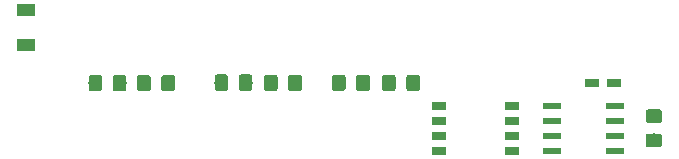
<source format=gbr>
G04 #@! TF.GenerationSoftware,KiCad,Pcbnew,(5.1.4-0-10_14)*
G04 #@! TF.CreationDate,2019-11-14T11:18:41+01:00*
G04 #@! TF.ProjectId,MEGA IO,4d454741-2049-44f2-9e6b-696361645f70,-*
G04 #@! TF.SameCoordinates,Original*
G04 #@! TF.FileFunction,Paste,Top*
G04 #@! TF.FilePolarity,Positive*
%FSLAX46Y46*%
G04 Gerber Fmt 4.6, Leading zero omitted, Abs format (unit mm)*
G04 Created by KiCad (PCBNEW (5.1.4-0-10_14)) date 2019-11-14 11:18:41*
%MOMM*%
%LPD*%
G04 APERTURE LIST*
%ADD10R,1.200000X0.750000*%
%ADD11R,1.600000X1.000000*%
%ADD12R,1.550000X0.600000*%
%ADD13R,1.250000X0.760000*%
%ADD14C,0.100000*%
%ADD15C,1.150000*%
G04 APERTURE END LIST*
D10*
X176200000Y-61306000D03*
X174300000Y-61306000D03*
D11*
X126365000Y-55118000D03*
X126365000Y-58118000D03*
D12*
X170900000Y-63306000D03*
X170900000Y-64576000D03*
X170900000Y-65846000D03*
X170900000Y-67116000D03*
X176300000Y-67116000D03*
X176300000Y-65846000D03*
X176300000Y-64576000D03*
X176300000Y-63306000D03*
D13*
X167540000Y-67056000D03*
X161390000Y-63246000D03*
X167540000Y-65786000D03*
X161390000Y-64516000D03*
X167540000Y-64516000D03*
X161390000Y-65786000D03*
X167540000Y-63246000D03*
X161390000Y-67056000D03*
D14*
G36*
X180024505Y-63557204D02*
G01*
X180048773Y-63560804D01*
X180072572Y-63566765D01*
X180095671Y-63575030D01*
X180117850Y-63585520D01*
X180138893Y-63598132D01*
X180158599Y-63612747D01*
X180176777Y-63629223D01*
X180193253Y-63647401D01*
X180207868Y-63667107D01*
X180220480Y-63688150D01*
X180230970Y-63710329D01*
X180239235Y-63733428D01*
X180245196Y-63757227D01*
X180248796Y-63781495D01*
X180250000Y-63805999D01*
X180250000Y-64456001D01*
X180248796Y-64480505D01*
X180245196Y-64504773D01*
X180239235Y-64528572D01*
X180230970Y-64551671D01*
X180220480Y-64573850D01*
X180207868Y-64594893D01*
X180193253Y-64614599D01*
X180176777Y-64632777D01*
X180158599Y-64649253D01*
X180138893Y-64663868D01*
X180117850Y-64676480D01*
X180095671Y-64686970D01*
X180072572Y-64695235D01*
X180048773Y-64701196D01*
X180024505Y-64704796D01*
X180000001Y-64706000D01*
X179099999Y-64706000D01*
X179075495Y-64704796D01*
X179051227Y-64701196D01*
X179027428Y-64695235D01*
X179004329Y-64686970D01*
X178982150Y-64676480D01*
X178961107Y-64663868D01*
X178941401Y-64649253D01*
X178923223Y-64632777D01*
X178906747Y-64614599D01*
X178892132Y-64594893D01*
X178879520Y-64573850D01*
X178869030Y-64551671D01*
X178860765Y-64528572D01*
X178854804Y-64504773D01*
X178851204Y-64480505D01*
X178850000Y-64456001D01*
X178850000Y-63805999D01*
X178851204Y-63781495D01*
X178854804Y-63757227D01*
X178860765Y-63733428D01*
X178869030Y-63710329D01*
X178879520Y-63688150D01*
X178892132Y-63667107D01*
X178906747Y-63647401D01*
X178923223Y-63629223D01*
X178941401Y-63612747D01*
X178961107Y-63598132D01*
X178982150Y-63585520D01*
X179004329Y-63575030D01*
X179027428Y-63566765D01*
X179051227Y-63560804D01*
X179075495Y-63557204D01*
X179099999Y-63556000D01*
X180000001Y-63556000D01*
X180024505Y-63557204D01*
X180024505Y-63557204D01*
G37*
D15*
X179550000Y-64131000D03*
D14*
G36*
X180024505Y-65607204D02*
G01*
X180048773Y-65610804D01*
X180072572Y-65616765D01*
X180095671Y-65625030D01*
X180117850Y-65635520D01*
X180138893Y-65648132D01*
X180158599Y-65662747D01*
X180176777Y-65679223D01*
X180193253Y-65697401D01*
X180207868Y-65717107D01*
X180220480Y-65738150D01*
X180230970Y-65760329D01*
X180239235Y-65783428D01*
X180245196Y-65807227D01*
X180248796Y-65831495D01*
X180250000Y-65855999D01*
X180250000Y-66506001D01*
X180248796Y-66530505D01*
X180245196Y-66554773D01*
X180239235Y-66578572D01*
X180230970Y-66601671D01*
X180220480Y-66623850D01*
X180207868Y-66644893D01*
X180193253Y-66664599D01*
X180176777Y-66682777D01*
X180158599Y-66699253D01*
X180138893Y-66713868D01*
X180117850Y-66726480D01*
X180095671Y-66736970D01*
X180072572Y-66745235D01*
X180048773Y-66751196D01*
X180024505Y-66754796D01*
X180000001Y-66756000D01*
X179099999Y-66756000D01*
X179075495Y-66754796D01*
X179051227Y-66751196D01*
X179027428Y-66745235D01*
X179004329Y-66736970D01*
X178982150Y-66726480D01*
X178961107Y-66713868D01*
X178941401Y-66699253D01*
X178923223Y-66682777D01*
X178906747Y-66664599D01*
X178892132Y-66644893D01*
X178879520Y-66623850D01*
X178869030Y-66601671D01*
X178860765Y-66578572D01*
X178854804Y-66554773D01*
X178851204Y-66530505D01*
X178850000Y-66506001D01*
X178850000Y-65855999D01*
X178851204Y-65831495D01*
X178854804Y-65807227D01*
X178860765Y-65783428D01*
X178869030Y-65760329D01*
X178879520Y-65738150D01*
X178892132Y-65717107D01*
X178906747Y-65697401D01*
X178923223Y-65679223D01*
X178941401Y-65662747D01*
X178961107Y-65648132D01*
X178982150Y-65635520D01*
X179004329Y-65625030D01*
X179027428Y-65616765D01*
X179051227Y-65610804D01*
X179075495Y-65607204D01*
X179099999Y-65606000D01*
X180000001Y-65606000D01*
X180024505Y-65607204D01*
X180024505Y-65607204D01*
G37*
D15*
X179550000Y-66181000D03*
D14*
G36*
X132615650Y-60634521D02*
G01*
X132639918Y-60638121D01*
X132663717Y-60644082D01*
X132686816Y-60652347D01*
X132708995Y-60662837D01*
X132730038Y-60675449D01*
X132749744Y-60690064D01*
X132767922Y-60706540D01*
X132784398Y-60724718D01*
X132799013Y-60744424D01*
X132811625Y-60765467D01*
X132822115Y-60787646D01*
X132830380Y-60810745D01*
X132836341Y-60834544D01*
X132839941Y-60858812D01*
X132841145Y-60883316D01*
X132841145Y-61783318D01*
X132839941Y-61807822D01*
X132836341Y-61832090D01*
X132830380Y-61855889D01*
X132822115Y-61878988D01*
X132811625Y-61901167D01*
X132799013Y-61922210D01*
X132784398Y-61941916D01*
X132767922Y-61960094D01*
X132749744Y-61976570D01*
X132730038Y-61991185D01*
X132708995Y-62003797D01*
X132686816Y-62014287D01*
X132663717Y-62022552D01*
X132639918Y-62028513D01*
X132615650Y-62032113D01*
X132591146Y-62033317D01*
X131941144Y-62033317D01*
X131916640Y-62032113D01*
X131892372Y-62028513D01*
X131868573Y-62022552D01*
X131845474Y-62014287D01*
X131823295Y-62003797D01*
X131802252Y-61991185D01*
X131782546Y-61976570D01*
X131764368Y-61960094D01*
X131747892Y-61941916D01*
X131733277Y-61922210D01*
X131720665Y-61901167D01*
X131710175Y-61878988D01*
X131701910Y-61855889D01*
X131695949Y-61832090D01*
X131692349Y-61807822D01*
X131691145Y-61783318D01*
X131691145Y-60883316D01*
X131692349Y-60858812D01*
X131695949Y-60834544D01*
X131701910Y-60810745D01*
X131710175Y-60787646D01*
X131720665Y-60765467D01*
X131733277Y-60744424D01*
X131747892Y-60724718D01*
X131764368Y-60706540D01*
X131782546Y-60690064D01*
X131802252Y-60675449D01*
X131823295Y-60662837D01*
X131845474Y-60652347D01*
X131868573Y-60644082D01*
X131892372Y-60638121D01*
X131916640Y-60634521D01*
X131941144Y-60633317D01*
X132591146Y-60633317D01*
X132615650Y-60634521D01*
X132615650Y-60634521D01*
G37*
D15*
X132266145Y-61333317D03*
D14*
G36*
X134665650Y-60634521D02*
G01*
X134689918Y-60638121D01*
X134713717Y-60644082D01*
X134736816Y-60652347D01*
X134758995Y-60662837D01*
X134780038Y-60675449D01*
X134799744Y-60690064D01*
X134817922Y-60706540D01*
X134834398Y-60724718D01*
X134849013Y-60744424D01*
X134861625Y-60765467D01*
X134872115Y-60787646D01*
X134880380Y-60810745D01*
X134886341Y-60834544D01*
X134889941Y-60858812D01*
X134891145Y-60883316D01*
X134891145Y-61783318D01*
X134889941Y-61807822D01*
X134886341Y-61832090D01*
X134880380Y-61855889D01*
X134872115Y-61878988D01*
X134861625Y-61901167D01*
X134849013Y-61922210D01*
X134834398Y-61941916D01*
X134817922Y-61960094D01*
X134799744Y-61976570D01*
X134780038Y-61991185D01*
X134758995Y-62003797D01*
X134736816Y-62014287D01*
X134713717Y-62022552D01*
X134689918Y-62028513D01*
X134665650Y-62032113D01*
X134641146Y-62033317D01*
X133991144Y-62033317D01*
X133966640Y-62032113D01*
X133942372Y-62028513D01*
X133918573Y-62022552D01*
X133895474Y-62014287D01*
X133873295Y-62003797D01*
X133852252Y-61991185D01*
X133832546Y-61976570D01*
X133814368Y-61960094D01*
X133797892Y-61941916D01*
X133783277Y-61922210D01*
X133770665Y-61901167D01*
X133760175Y-61878988D01*
X133751910Y-61855889D01*
X133745949Y-61832090D01*
X133742349Y-61807822D01*
X133741145Y-61783318D01*
X133741145Y-60883316D01*
X133742349Y-60858812D01*
X133745949Y-60834544D01*
X133751910Y-60810745D01*
X133760175Y-60787646D01*
X133770665Y-60765467D01*
X133783277Y-60744424D01*
X133797892Y-60724718D01*
X133814368Y-60706540D01*
X133832546Y-60690064D01*
X133852252Y-60675449D01*
X133873295Y-60662837D01*
X133895474Y-60652347D01*
X133918573Y-60644082D01*
X133942372Y-60638121D01*
X133966640Y-60634521D01*
X133991144Y-60633317D01*
X134641146Y-60633317D01*
X134665650Y-60634521D01*
X134665650Y-60634521D01*
G37*
D15*
X134316145Y-61333317D03*
D14*
G36*
X138774505Y-60634521D02*
G01*
X138798773Y-60638121D01*
X138822572Y-60644082D01*
X138845671Y-60652347D01*
X138867850Y-60662837D01*
X138888893Y-60675449D01*
X138908599Y-60690064D01*
X138926777Y-60706540D01*
X138943253Y-60724718D01*
X138957868Y-60744424D01*
X138970480Y-60765467D01*
X138980970Y-60787646D01*
X138989235Y-60810745D01*
X138995196Y-60834544D01*
X138998796Y-60858812D01*
X139000000Y-60883316D01*
X139000000Y-61783318D01*
X138998796Y-61807822D01*
X138995196Y-61832090D01*
X138989235Y-61855889D01*
X138980970Y-61878988D01*
X138970480Y-61901167D01*
X138957868Y-61922210D01*
X138943253Y-61941916D01*
X138926777Y-61960094D01*
X138908599Y-61976570D01*
X138888893Y-61991185D01*
X138867850Y-62003797D01*
X138845671Y-62014287D01*
X138822572Y-62022552D01*
X138798773Y-62028513D01*
X138774505Y-62032113D01*
X138750001Y-62033317D01*
X138099999Y-62033317D01*
X138075495Y-62032113D01*
X138051227Y-62028513D01*
X138027428Y-62022552D01*
X138004329Y-62014287D01*
X137982150Y-62003797D01*
X137961107Y-61991185D01*
X137941401Y-61976570D01*
X137923223Y-61960094D01*
X137906747Y-61941916D01*
X137892132Y-61922210D01*
X137879520Y-61901167D01*
X137869030Y-61878988D01*
X137860765Y-61855889D01*
X137854804Y-61832090D01*
X137851204Y-61807822D01*
X137850000Y-61783318D01*
X137850000Y-60883316D01*
X137851204Y-60858812D01*
X137854804Y-60834544D01*
X137860765Y-60810745D01*
X137869030Y-60787646D01*
X137879520Y-60765467D01*
X137892132Y-60744424D01*
X137906747Y-60724718D01*
X137923223Y-60706540D01*
X137941401Y-60690064D01*
X137961107Y-60675449D01*
X137982150Y-60662837D01*
X138004329Y-60652347D01*
X138027428Y-60644082D01*
X138051227Y-60638121D01*
X138075495Y-60634521D01*
X138099999Y-60633317D01*
X138750001Y-60633317D01*
X138774505Y-60634521D01*
X138774505Y-60634521D01*
G37*
D15*
X138425000Y-61333317D03*
D14*
G36*
X136724505Y-60634521D02*
G01*
X136748773Y-60638121D01*
X136772572Y-60644082D01*
X136795671Y-60652347D01*
X136817850Y-60662837D01*
X136838893Y-60675449D01*
X136858599Y-60690064D01*
X136876777Y-60706540D01*
X136893253Y-60724718D01*
X136907868Y-60744424D01*
X136920480Y-60765467D01*
X136930970Y-60787646D01*
X136939235Y-60810745D01*
X136945196Y-60834544D01*
X136948796Y-60858812D01*
X136950000Y-60883316D01*
X136950000Y-61783318D01*
X136948796Y-61807822D01*
X136945196Y-61832090D01*
X136939235Y-61855889D01*
X136930970Y-61878988D01*
X136920480Y-61901167D01*
X136907868Y-61922210D01*
X136893253Y-61941916D01*
X136876777Y-61960094D01*
X136858599Y-61976570D01*
X136838893Y-61991185D01*
X136817850Y-62003797D01*
X136795671Y-62014287D01*
X136772572Y-62022552D01*
X136748773Y-62028513D01*
X136724505Y-62032113D01*
X136700001Y-62033317D01*
X136049999Y-62033317D01*
X136025495Y-62032113D01*
X136001227Y-62028513D01*
X135977428Y-62022552D01*
X135954329Y-62014287D01*
X135932150Y-62003797D01*
X135911107Y-61991185D01*
X135891401Y-61976570D01*
X135873223Y-61960094D01*
X135856747Y-61941916D01*
X135842132Y-61922210D01*
X135829520Y-61901167D01*
X135819030Y-61878988D01*
X135810765Y-61855889D01*
X135804804Y-61832090D01*
X135801204Y-61807822D01*
X135800000Y-61783318D01*
X135800000Y-60883316D01*
X135801204Y-60858812D01*
X135804804Y-60834544D01*
X135810765Y-60810745D01*
X135819030Y-60787646D01*
X135829520Y-60765467D01*
X135842132Y-60744424D01*
X135856747Y-60724718D01*
X135873223Y-60706540D01*
X135891401Y-60690064D01*
X135911107Y-60675449D01*
X135932150Y-60662837D01*
X135954329Y-60652347D01*
X135977428Y-60644082D01*
X136001227Y-60638121D01*
X136025495Y-60634521D01*
X136049999Y-60633317D01*
X136700001Y-60633317D01*
X136724505Y-60634521D01*
X136724505Y-60634521D01*
G37*
D15*
X136375000Y-61333317D03*
D14*
G36*
X145332910Y-60588361D02*
G01*
X145357178Y-60591961D01*
X145380977Y-60597922D01*
X145404076Y-60606187D01*
X145426255Y-60616677D01*
X145447298Y-60629289D01*
X145467004Y-60643904D01*
X145485182Y-60660380D01*
X145501658Y-60678558D01*
X145516273Y-60698264D01*
X145528885Y-60719307D01*
X145539375Y-60741486D01*
X145547640Y-60764585D01*
X145553601Y-60788384D01*
X145557201Y-60812652D01*
X145558405Y-60837156D01*
X145558405Y-61737158D01*
X145557201Y-61761662D01*
X145553601Y-61785930D01*
X145547640Y-61809729D01*
X145539375Y-61832828D01*
X145528885Y-61855007D01*
X145516273Y-61876050D01*
X145501658Y-61895756D01*
X145485182Y-61913934D01*
X145467004Y-61930410D01*
X145447298Y-61945025D01*
X145426255Y-61957637D01*
X145404076Y-61968127D01*
X145380977Y-61976392D01*
X145357178Y-61982353D01*
X145332910Y-61985953D01*
X145308406Y-61987157D01*
X144658404Y-61987157D01*
X144633900Y-61985953D01*
X144609632Y-61982353D01*
X144585833Y-61976392D01*
X144562734Y-61968127D01*
X144540555Y-61957637D01*
X144519512Y-61945025D01*
X144499806Y-61930410D01*
X144481628Y-61913934D01*
X144465152Y-61895756D01*
X144450537Y-61876050D01*
X144437925Y-61855007D01*
X144427435Y-61832828D01*
X144419170Y-61809729D01*
X144413209Y-61785930D01*
X144409609Y-61761662D01*
X144408405Y-61737158D01*
X144408405Y-60837156D01*
X144409609Y-60812652D01*
X144413209Y-60788384D01*
X144419170Y-60764585D01*
X144427435Y-60741486D01*
X144437925Y-60719307D01*
X144450537Y-60698264D01*
X144465152Y-60678558D01*
X144481628Y-60660380D01*
X144499806Y-60643904D01*
X144519512Y-60629289D01*
X144540555Y-60616677D01*
X144562734Y-60606187D01*
X144585833Y-60597922D01*
X144609632Y-60591961D01*
X144633900Y-60588361D01*
X144658404Y-60587157D01*
X145308406Y-60587157D01*
X145332910Y-60588361D01*
X145332910Y-60588361D01*
G37*
D15*
X144983405Y-61287157D03*
D14*
G36*
X143282910Y-60588361D02*
G01*
X143307178Y-60591961D01*
X143330977Y-60597922D01*
X143354076Y-60606187D01*
X143376255Y-60616677D01*
X143397298Y-60629289D01*
X143417004Y-60643904D01*
X143435182Y-60660380D01*
X143451658Y-60678558D01*
X143466273Y-60698264D01*
X143478885Y-60719307D01*
X143489375Y-60741486D01*
X143497640Y-60764585D01*
X143503601Y-60788384D01*
X143507201Y-60812652D01*
X143508405Y-60837156D01*
X143508405Y-61737158D01*
X143507201Y-61761662D01*
X143503601Y-61785930D01*
X143497640Y-61809729D01*
X143489375Y-61832828D01*
X143478885Y-61855007D01*
X143466273Y-61876050D01*
X143451658Y-61895756D01*
X143435182Y-61913934D01*
X143417004Y-61930410D01*
X143397298Y-61945025D01*
X143376255Y-61957637D01*
X143354076Y-61968127D01*
X143330977Y-61976392D01*
X143307178Y-61982353D01*
X143282910Y-61985953D01*
X143258406Y-61987157D01*
X142608404Y-61987157D01*
X142583900Y-61985953D01*
X142559632Y-61982353D01*
X142535833Y-61976392D01*
X142512734Y-61968127D01*
X142490555Y-61957637D01*
X142469512Y-61945025D01*
X142449806Y-61930410D01*
X142431628Y-61913934D01*
X142415152Y-61895756D01*
X142400537Y-61876050D01*
X142387925Y-61855007D01*
X142377435Y-61832828D01*
X142369170Y-61809729D01*
X142363209Y-61785930D01*
X142359609Y-61761662D01*
X142358405Y-61737158D01*
X142358405Y-60837156D01*
X142359609Y-60812652D01*
X142363209Y-60788384D01*
X142369170Y-60764585D01*
X142377435Y-60741486D01*
X142387925Y-60719307D01*
X142400537Y-60698264D01*
X142415152Y-60678558D01*
X142431628Y-60660380D01*
X142449806Y-60643904D01*
X142469512Y-60629289D01*
X142490555Y-60616677D01*
X142512734Y-60606187D01*
X142535833Y-60597922D01*
X142559632Y-60591961D01*
X142583900Y-60588361D01*
X142608404Y-60587157D01*
X143258406Y-60587157D01*
X143282910Y-60588361D01*
X143282910Y-60588361D01*
G37*
D15*
X142933405Y-61287157D03*
D14*
G36*
X147474505Y-60607204D02*
G01*
X147498773Y-60610804D01*
X147522572Y-60616765D01*
X147545671Y-60625030D01*
X147567850Y-60635520D01*
X147588893Y-60648132D01*
X147608599Y-60662747D01*
X147626777Y-60679223D01*
X147643253Y-60697401D01*
X147657868Y-60717107D01*
X147670480Y-60738150D01*
X147680970Y-60760329D01*
X147689235Y-60783428D01*
X147695196Y-60807227D01*
X147698796Y-60831495D01*
X147700000Y-60855999D01*
X147700000Y-61756001D01*
X147698796Y-61780505D01*
X147695196Y-61804773D01*
X147689235Y-61828572D01*
X147680970Y-61851671D01*
X147670480Y-61873850D01*
X147657868Y-61894893D01*
X147643253Y-61914599D01*
X147626777Y-61932777D01*
X147608599Y-61949253D01*
X147588893Y-61963868D01*
X147567850Y-61976480D01*
X147545671Y-61986970D01*
X147522572Y-61995235D01*
X147498773Y-62001196D01*
X147474505Y-62004796D01*
X147450001Y-62006000D01*
X146799999Y-62006000D01*
X146775495Y-62004796D01*
X146751227Y-62001196D01*
X146727428Y-61995235D01*
X146704329Y-61986970D01*
X146682150Y-61976480D01*
X146661107Y-61963868D01*
X146641401Y-61949253D01*
X146623223Y-61932777D01*
X146606747Y-61914599D01*
X146592132Y-61894893D01*
X146579520Y-61873850D01*
X146569030Y-61851671D01*
X146560765Y-61828572D01*
X146554804Y-61804773D01*
X146551204Y-61780505D01*
X146550000Y-61756001D01*
X146550000Y-60855999D01*
X146551204Y-60831495D01*
X146554804Y-60807227D01*
X146560765Y-60783428D01*
X146569030Y-60760329D01*
X146579520Y-60738150D01*
X146592132Y-60717107D01*
X146606747Y-60697401D01*
X146623223Y-60679223D01*
X146641401Y-60662747D01*
X146661107Y-60648132D01*
X146682150Y-60635520D01*
X146704329Y-60625030D01*
X146727428Y-60616765D01*
X146751227Y-60610804D01*
X146775495Y-60607204D01*
X146799999Y-60606000D01*
X147450001Y-60606000D01*
X147474505Y-60607204D01*
X147474505Y-60607204D01*
G37*
D15*
X147125000Y-61306000D03*
D14*
G36*
X149524505Y-60607204D02*
G01*
X149548773Y-60610804D01*
X149572572Y-60616765D01*
X149595671Y-60625030D01*
X149617850Y-60635520D01*
X149638893Y-60648132D01*
X149658599Y-60662747D01*
X149676777Y-60679223D01*
X149693253Y-60697401D01*
X149707868Y-60717107D01*
X149720480Y-60738150D01*
X149730970Y-60760329D01*
X149739235Y-60783428D01*
X149745196Y-60807227D01*
X149748796Y-60831495D01*
X149750000Y-60855999D01*
X149750000Y-61756001D01*
X149748796Y-61780505D01*
X149745196Y-61804773D01*
X149739235Y-61828572D01*
X149730970Y-61851671D01*
X149720480Y-61873850D01*
X149707868Y-61894893D01*
X149693253Y-61914599D01*
X149676777Y-61932777D01*
X149658599Y-61949253D01*
X149638893Y-61963868D01*
X149617850Y-61976480D01*
X149595671Y-61986970D01*
X149572572Y-61995235D01*
X149548773Y-62001196D01*
X149524505Y-62004796D01*
X149500001Y-62006000D01*
X148849999Y-62006000D01*
X148825495Y-62004796D01*
X148801227Y-62001196D01*
X148777428Y-61995235D01*
X148754329Y-61986970D01*
X148732150Y-61976480D01*
X148711107Y-61963868D01*
X148691401Y-61949253D01*
X148673223Y-61932777D01*
X148656747Y-61914599D01*
X148642132Y-61894893D01*
X148629520Y-61873850D01*
X148619030Y-61851671D01*
X148610765Y-61828572D01*
X148604804Y-61804773D01*
X148601204Y-61780505D01*
X148600000Y-61756001D01*
X148600000Y-60855999D01*
X148601204Y-60831495D01*
X148604804Y-60807227D01*
X148610765Y-60783428D01*
X148619030Y-60760329D01*
X148629520Y-60738150D01*
X148642132Y-60717107D01*
X148656747Y-60697401D01*
X148673223Y-60679223D01*
X148691401Y-60662747D01*
X148711107Y-60648132D01*
X148732150Y-60635520D01*
X148754329Y-60625030D01*
X148777428Y-60616765D01*
X148801227Y-60610804D01*
X148825495Y-60607204D01*
X148849999Y-60606000D01*
X149500001Y-60606000D01*
X149524505Y-60607204D01*
X149524505Y-60607204D01*
G37*
D15*
X149175000Y-61306000D03*
D14*
G36*
X153224505Y-60607204D02*
G01*
X153248773Y-60610804D01*
X153272572Y-60616765D01*
X153295671Y-60625030D01*
X153317850Y-60635520D01*
X153338893Y-60648132D01*
X153358599Y-60662747D01*
X153376777Y-60679223D01*
X153393253Y-60697401D01*
X153407868Y-60717107D01*
X153420480Y-60738150D01*
X153430970Y-60760329D01*
X153439235Y-60783428D01*
X153445196Y-60807227D01*
X153448796Y-60831495D01*
X153450000Y-60855999D01*
X153450000Y-61756001D01*
X153448796Y-61780505D01*
X153445196Y-61804773D01*
X153439235Y-61828572D01*
X153430970Y-61851671D01*
X153420480Y-61873850D01*
X153407868Y-61894893D01*
X153393253Y-61914599D01*
X153376777Y-61932777D01*
X153358599Y-61949253D01*
X153338893Y-61963868D01*
X153317850Y-61976480D01*
X153295671Y-61986970D01*
X153272572Y-61995235D01*
X153248773Y-62001196D01*
X153224505Y-62004796D01*
X153200001Y-62006000D01*
X152549999Y-62006000D01*
X152525495Y-62004796D01*
X152501227Y-62001196D01*
X152477428Y-61995235D01*
X152454329Y-61986970D01*
X152432150Y-61976480D01*
X152411107Y-61963868D01*
X152391401Y-61949253D01*
X152373223Y-61932777D01*
X152356747Y-61914599D01*
X152342132Y-61894893D01*
X152329520Y-61873850D01*
X152319030Y-61851671D01*
X152310765Y-61828572D01*
X152304804Y-61804773D01*
X152301204Y-61780505D01*
X152300000Y-61756001D01*
X152300000Y-60855999D01*
X152301204Y-60831495D01*
X152304804Y-60807227D01*
X152310765Y-60783428D01*
X152319030Y-60760329D01*
X152329520Y-60738150D01*
X152342132Y-60717107D01*
X152356747Y-60697401D01*
X152373223Y-60679223D01*
X152391401Y-60662747D01*
X152411107Y-60648132D01*
X152432150Y-60635520D01*
X152454329Y-60625030D01*
X152477428Y-60616765D01*
X152501227Y-60610804D01*
X152525495Y-60607204D01*
X152549999Y-60606000D01*
X153200001Y-60606000D01*
X153224505Y-60607204D01*
X153224505Y-60607204D01*
G37*
D15*
X152875000Y-61306000D03*
D14*
G36*
X155274505Y-60607204D02*
G01*
X155298773Y-60610804D01*
X155322572Y-60616765D01*
X155345671Y-60625030D01*
X155367850Y-60635520D01*
X155388893Y-60648132D01*
X155408599Y-60662747D01*
X155426777Y-60679223D01*
X155443253Y-60697401D01*
X155457868Y-60717107D01*
X155470480Y-60738150D01*
X155480970Y-60760329D01*
X155489235Y-60783428D01*
X155495196Y-60807227D01*
X155498796Y-60831495D01*
X155500000Y-60855999D01*
X155500000Y-61756001D01*
X155498796Y-61780505D01*
X155495196Y-61804773D01*
X155489235Y-61828572D01*
X155480970Y-61851671D01*
X155470480Y-61873850D01*
X155457868Y-61894893D01*
X155443253Y-61914599D01*
X155426777Y-61932777D01*
X155408599Y-61949253D01*
X155388893Y-61963868D01*
X155367850Y-61976480D01*
X155345671Y-61986970D01*
X155322572Y-61995235D01*
X155298773Y-62001196D01*
X155274505Y-62004796D01*
X155250001Y-62006000D01*
X154599999Y-62006000D01*
X154575495Y-62004796D01*
X154551227Y-62001196D01*
X154527428Y-61995235D01*
X154504329Y-61986970D01*
X154482150Y-61976480D01*
X154461107Y-61963868D01*
X154441401Y-61949253D01*
X154423223Y-61932777D01*
X154406747Y-61914599D01*
X154392132Y-61894893D01*
X154379520Y-61873850D01*
X154369030Y-61851671D01*
X154360765Y-61828572D01*
X154354804Y-61804773D01*
X154351204Y-61780505D01*
X154350000Y-61756001D01*
X154350000Y-60855999D01*
X154351204Y-60831495D01*
X154354804Y-60807227D01*
X154360765Y-60783428D01*
X154369030Y-60760329D01*
X154379520Y-60738150D01*
X154392132Y-60717107D01*
X154406747Y-60697401D01*
X154423223Y-60679223D01*
X154441401Y-60662747D01*
X154461107Y-60648132D01*
X154482150Y-60635520D01*
X154504329Y-60625030D01*
X154527428Y-60616765D01*
X154551227Y-60610804D01*
X154575495Y-60607204D01*
X154599999Y-60606000D01*
X155250001Y-60606000D01*
X155274505Y-60607204D01*
X155274505Y-60607204D01*
G37*
D15*
X154925000Y-61306000D03*
D14*
G36*
X159524505Y-60607204D02*
G01*
X159548773Y-60610804D01*
X159572572Y-60616765D01*
X159595671Y-60625030D01*
X159617850Y-60635520D01*
X159638893Y-60648132D01*
X159658599Y-60662747D01*
X159676777Y-60679223D01*
X159693253Y-60697401D01*
X159707868Y-60717107D01*
X159720480Y-60738150D01*
X159730970Y-60760329D01*
X159739235Y-60783428D01*
X159745196Y-60807227D01*
X159748796Y-60831495D01*
X159750000Y-60855999D01*
X159750000Y-61756001D01*
X159748796Y-61780505D01*
X159745196Y-61804773D01*
X159739235Y-61828572D01*
X159730970Y-61851671D01*
X159720480Y-61873850D01*
X159707868Y-61894893D01*
X159693253Y-61914599D01*
X159676777Y-61932777D01*
X159658599Y-61949253D01*
X159638893Y-61963868D01*
X159617850Y-61976480D01*
X159595671Y-61986970D01*
X159572572Y-61995235D01*
X159548773Y-62001196D01*
X159524505Y-62004796D01*
X159500001Y-62006000D01*
X158849999Y-62006000D01*
X158825495Y-62004796D01*
X158801227Y-62001196D01*
X158777428Y-61995235D01*
X158754329Y-61986970D01*
X158732150Y-61976480D01*
X158711107Y-61963868D01*
X158691401Y-61949253D01*
X158673223Y-61932777D01*
X158656747Y-61914599D01*
X158642132Y-61894893D01*
X158629520Y-61873850D01*
X158619030Y-61851671D01*
X158610765Y-61828572D01*
X158604804Y-61804773D01*
X158601204Y-61780505D01*
X158600000Y-61756001D01*
X158600000Y-60855999D01*
X158601204Y-60831495D01*
X158604804Y-60807227D01*
X158610765Y-60783428D01*
X158619030Y-60760329D01*
X158629520Y-60738150D01*
X158642132Y-60717107D01*
X158656747Y-60697401D01*
X158673223Y-60679223D01*
X158691401Y-60662747D01*
X158711107Y-60648132D01*
X158732150Y-60635520D01*
X158754329Y-60625030D01*
X158777428Y-60616765D01*
X158801227Y-60610804D01*
X158825495Y-60607204D01*
X158849999Y-60606000D01*
X159500001Y-60606000D01*
X159524505Y-60607204D01*
X159524505Y-60607204D01*
G37*
D15*
X159175000Y-61306000D03*
D14*
G36*
X157474505Y-60607204D02*
G01*
X157498773Y-60610804D01*
X157522572Y-60616765D01*
X157545671Y-60625030D01*
X157567850Y-60635520D01*
X157588893Y-60648132D01*
X157608599Y-60662747D01*
X157626777Y-60679223D01*
X157643253Y-60697401D01*
X157657868Y-60717107D01*
X157670480Y-60738150D01*
X157680970Y-60760329D01*
X157689235Y-60783428D01*
X157695196Y-60807227D01*
X157698796Y-60831495D01*
X157700000Y-60855999D01*
X157700000Y-61756001D01*
X157698796Y-61780505D01*
X157695196Y-61804773D01*
X157689235Y-61828572D01*
X157680970Y-61851671D01*
X157670480Y-61873850D01*
X157657868Y-61894893D01*
X157643253Y-61914599D01*
X157626777Y-61932777D01*
X157608599Y-61949253D01*
X157588893Y-61963868D01*
X157567850Y-61976480D01*
X157545671Y-61986970D01*
X157522572Y-61995235D01*
X157498773Y-62001196D01*
X157474505Y-62004796D01*
X157450001Y-62006000D01*
X156799999Y-62006000D01*
X156775495Y-62004796D01*
X156751227Y-62001196D01*
X156727428Y-61995235D01*
X156704329Y-61986970D01*
X156682150Y-61976480D01*
X156661107Y-61963868D01*
X156641401Y-61949253D01*
X156623223Y-61932777D01*
X156606747Y-61914599D01*
X156592132Y-61894893D01*
X156579520Y-61873850D01*
X156569030Y-61851671D01*
X156560765Y-61828572D01*
X156554804Y-61804773D01*
X156551204Y-61780505D01*
X156550000Y-61756001D01*
X156550000Y-60855999D01*
X156551204Y-60831495D01*
X156554804Y-60807227D01*
X156560765Y-60783428D01*
X156569030Y-60760329D01*
X156579520Y-60738150D01*
X156592132Y-60717107D01*
X156606747Y-60697401D01*
X156623223Y-60679223D01*
X156641401Y-60662747D01*
X156661107Y-60648132D01*
X156682150Y-60635520D01*
X156704329Y-60625030D01*
X156727428Y-60616765D01*
X156751227Y-60610804D01*
X156775495Y-60607204D01*
X156799999Y-60606000D01*
X157450001Y-60606000D01*
X157474505Y-60607204D01*
X157474505Y-60607204D01*
G37*
D15*
X157125000Y-61306000D03*
M02*

</source>
